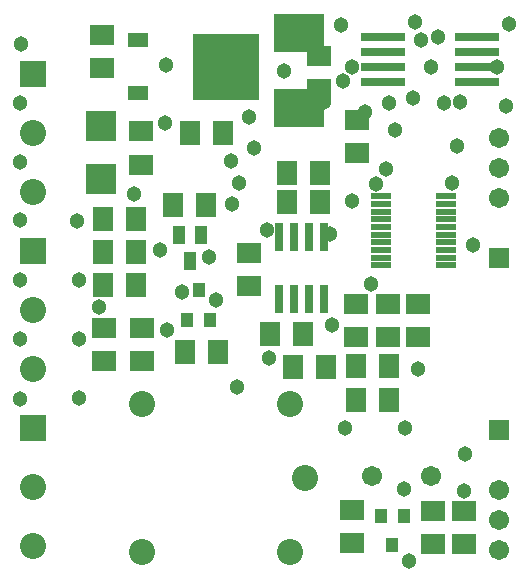
<source format=gts>
%FSLAX43Y43*%
%MOMM*%
G71*
G01*
G75*
%ADD10C,0.300*%
%ADD11R,1.600X1.800*%
%ADD12R,3.500X0.600*%
%ADD13R,1.600X0.300*%
%ADD14R,1.800X1.600*%
%ADD15R,4.000X3.000*%
%ADD16R,2.300X2.300*%
%ADD17R,0.900X0.950*%
%ADD18R,0.900X0.950*%
%ADD19R,0.850X1.300*%
%ADD20R,0.600X2.200*%
%ADD21R,0.600X2.200*%
%ADD22R,1.600X1.000*%
%ADD23R,5.400X5.500*%
%ADD24C,1.500*%
%ADD25C,0.800*%
%ADD26C,0.400*%
%ADD27C,0.600*%
%ADD28C,0.500*%
%ADD29C,1.000*%
%ADD30C,0.250*%
%ADD31R,1.500X1.500*%
%ADD32C,1.500*%
%ADD33C,2.000*%
%ADD34R,2.000X2.000*%
%ADD35C,1.100*%
%ADD36R,4.200X0.600*%
%ADD37R,1.803X2.003*%
%ADD38R,3.703X0.803*%
%ADD39R,1.803X0.503*%
%ADD40R,2.003X1.803*%
%ADD41R,4.203X3.203*%
%ADD42R,2.503X2.503*%
%ADD43R,1.103X1.153*%
%ADD44R,1.103X1.153*%
%ADD45R,1.053X1.503*%
%ADD46R,0.803X2.403*%
%ADD47R,0.803X2.403*%
%ADD48R,1.803X1.203*%
%ADD49R,5.603X5.703*%
%ADD50R,1.703X1.703*%
%ADD51C,1.703*%
%ADD52C,2.203*%
%ADD53R,2.203X2.203*%
%ADD54C,1.303*%
D37*
X25238Y31593D02*
D03*
X28038Y31593D02*
D03*
X19853Y37503D02*
D03*
X17053D02*
D03*
X18347Y31397D02*
D03*
X15547D02*
D03*
X28038Y34093D02*
D03*
X23788Y20493D02*
D03*
X26588Y20493D02*
D03*
X25738Y17693D02*
D03*
X25238Y34093D02*
D03*
X19353Y18903D02*
D03*
X16553D02*
D03*
X9647Y24597D02*
D03*
X12447D02*
D03*
X9647Y27397D02*
D03*
X12447D02*
D03*
X9647Y30197D02*
D03*
X12447Y30197D02*
D03*
X28538Y17693D02*
D03*
X31053Y17703D02*
D03*
X33853D02*
D03*
X31062Y14907D02*
D03*
X33862Y14907D02*
D03*
D38*
X33350Y41795D02*
D03*
Y45605D02*
D03*
Y44335D02*
D03*
Y43065D02*
D03*
X41350Y45605D02*
D03*
Y44335D02*
D03*
Y43065D02*
D03*
Y41795D02*
D03*
D39*
X33200Y30825D02*
D03*
X33200Y32125D02*
D03*
X33200Y31475D02*
D03*
X33200Y30175D02*
D03*
Y29525D02*
D03*
Y28875D02*
D03*
Y28225D02*
D03*
X33200Y27575D02*
D03*
X33200Y26925D02*
D03*
Y26275D02*
D03*
X38700Y32125D02*
D03*
Y28225D02*
D03*
Y27575D02*
D03*
Y26925D02*
D03*
X38700Y26275D02*
D03*
X38700Y30825D02*
D03*
X38700Y30175D02*
D03*
X38700Y31475D02*
D03*
Y29525D02*
D03*
Y28875D02*
D03*
D40*
X31153Y35797D02*
D03*
Y38597D02*
D03*
X31047Y23003D02*
D03*
Y20203D02*
D03*
X21993Y27312D02*
D03*
X12847Y34803D02*
D03*
X12847Y37603D02*
D03*
X30762Y2795D02*
D03*
Y5595D02*
D03*
X37553Y5497D02*
D03*
X40247Y2703D02*
D03*
X40247Y5503D02*
D03*
X9757Y20988D02*
D03*
X9757Y18188D02*
D03*
X33756Y22988D02*
D03*
X27953Y41197D02*
D03*
X27953Y43997D02*
D03*
X36347Y20203D02*
D03*
X33756Y20188D02*
D03*
X12957Y18188D02*
D03*
X12957Y20988D02*
D03*
X37553Y2697D02*
D03*
X9553Y45797D02*
D03*
Y42997D02*
D03*
X21993Y24512D02*
D03*
X36347Y23003D02*
D03*
D41*
X26252Y39611D02*
D03*
X26252Y45961D02*
D03*
D42*
X9450Y33550D02*
D03*
Y38050D02*
D03*
D43*
X34150Y2550D02*
D03*
X17750Y24150D02*
D03*
X18700Y21650D02*
D03*
X33200Y5050D02*
D03*
D44*
X35100Y5050D02*
D03*
X16800Y21650D02*
D03*
D45*
X16088Y28806D02*
D03*
X17988Y28806D02*
D03*
X17038Y26606D02*
D03*
D46*
X27085Y28650D02*
D03*
X25815Y23450D02*
D03*
X28355Y23450D02*
D03*
X24545Y28650D02*
D03*
X27085Y23450D02*
D03*
D47*
X25815Y28650D02*
D03*
X24545Y23450D02*
D03*
X28355Y28650D02*
D03*
D48*
X12650Y40850D02*
D03*
X12650Y45350D02*
D03*
D49*
X20050Y43100D02*
D03*
D50*
X43159Y26892D02*
D03*
X43141Y12308D02*
D03*
D51*
X43159Y31972D02*
D03*
Y34512D02*
D03*
Y37052D02*
D03*
X43141Y4688D02*
D03*
Y7228D02*
D03*
Y2148D02*
D03*
X37458Y8400D02*
D03*
X32458Y8400D02*
D03*
D52*
X25454Y14492D02*
D03*
Y1992D02*
D03*
X3749Y32501D02*
D03*
X12954Y14492D02*
D03*
X26754Y8292D02*
D03*
X3749Y22501D02*
D03*
X3749Y17501D02*
D03*
X3749Y37501D02*
D03*
X3749Y7501D02*
D03*
Y2501D02*
D03*
X12954Y1992D02*
D03*
D53*
X3749Y27501D02*
D03*
Y42501D02*
D03*
X3749Y12501D02*
D03*
D54*
X32800Y33150D02*
D03*
X36600Y45350D02*
D03*
X31850Y39250D02*
D03*
X34350Y37750D02*
D03*
X39200Y33200D02*
D03*
X40950Y28000D02*
D03*
X32350Y24650D02*
D03*
X28350Y40100D02*
D03*
X28900Y28900D02*
D03*
X20500Y35100D02*
D03*
X21200Y33250D02*
D03*
X40250Y7150D02*
D03*
X40300Y10300D02*
D03*
X12447Y30197D02*
D03*
X18350Y31400D02*
D03*
X21000Y15950D02*
D03*
X20550Y31450D02*
D03*
X15050Y20800D02*
D03*
X19250Y23350D02*
D03*
X18600Y27000D02*
D03*
X14450Y27600D02*
D03*
X7650Y15000D02*
D03*
Y20000D02*
D03*
X7650Y25000D02*
D03*
X9350Y22750D02*
D03*
X16300Y24050D02*
D03*
X2650Y30100D02*
D03*
X2650Y25000D02*
D03*
Y20000D02*
D03*
Y14950D02*
D03*
Y35000D02*
D03*
X2650Y40000D02*
D03*
X23550Y29300D02*
D03*
X37400Y43050D02*
D03*
X38050Y45600D02*
D03*
X38500Y40050D02*
D03*
X35900Y40400D02*
D03*
X39900Y40100D02*
D03*
X30000Y41850D02*
D03*
X43050Y43050D02*
D03*
X39650Y36400D02*
D03*
X30700Y43050D02*
D03*
X30100Y12500D02*
D03*
X35200Y12500D02*
D03*
X36350Y17500D02*
D03*
X35150Y7350D02*
D03*
X35550Y1200D02*
D03*
X33900Y40000D02*
D03*
X33650Y34400D02*
D03*
X30750Y31750D02*
D03*
X2750Y45000D02*
D03*
X15000Y43200D02*
D03*
X14900Y38300D02*
D03*
X12300Y32350D02*
D03*
X22400Y36200D02*
D03*
X22050Y38800D02*
D03*
X25000Y42700D02*
D03*
X29800Y46600D02*
D03*
X44000Y46700D02*
D03*
X43750Y39800D02*
D03*
X36050Y46900D02*
D03*
X23700Y18400D02*
D03*
X29050Y21200D02*
D03*
X7450Y30050D02*
D03*
M02*

</source>
